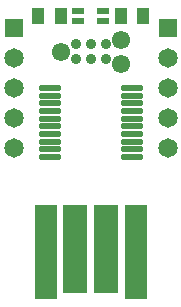
<source format=gbr>
%TF.GenerationSoftware,KiCad,Pcbnew,(6.0.2)*%
%TF.CreationDate,2022-12-01T20:05:35+01:00*%
%TF.ProjectId,nightUSB,6e696768-7455-4534-922e-6b696361645f,rev?*%
%TF.SameCoordinates,Original*%
%TF.FileFunction,Soldermask,Top*%
%TF.FilePolarity,Negative*%
%FSLAX46Y46*%
G04 Gerber Fmt 4.6, Leading zero omitted, Abs format (unit mm)*
G04 Created by KiCad (PCBNEW (6.0.2)) date 2022-12-01 20:05:35*
%MOMM*%
%LPD*%
G01*
G04 APERTURE LIST*
G04 Aperture macros list*
%AMRoundRect*
0 Rectangle with rounded corners*
0 $1 Rounding radius*
0 $2 $3 $4 $5 $6 $7 $8 $9 X,Y pos of 4 corners*
0 Add a 4 corners polygon primitive as box body*
4,1,4,$2,$3,$4,$5,$6,$7,$8,$9,$2,$3,0*
0 Add four circle primitives for the rounded corners*
1,1,$1+$1,$2,$3*
1,1,$1+$1,$4,$5*
1,1,$1+$1,$6,$7*
1,1,$1+$1,$8,$9*
0 Add four rect primitives between the rounded corners*
20,1,$1+$1,$2,$3,$4,$5,0*
20,1,$1+$1,$4,$5,$6,$7,0*
20,1,$1+$1,$6,$7,$8,$9,0*
20,1,$1+$1,$8,$9,$2,$3,0*%
G04 Aperture macros list end*
%ADD10R,1.000000X1.450000*%
%ADD11C,1.650000*%
%ADD12R,1.650000X1.650000*%
%ADD13C,0.889000*%
%ADD14C,1.550000*%
%ADD15R,1.000000X0.500000*%
%ADD16RoundRect,0.125000X-0.825000X-0.125000X0.825000X-0.125000X0.825000X0.125000X-0.825000X0.125000X0*%
%ADD17R,1.900000X8.000000*%
%ADD18R,2.000000X7.500000*%
G04 APERTURE END LIST*
D10*
%TO.C,R3*%
X96450000Y-65000000D03*
X94550000Y-65000000D03*
%TD*%
D11*
%TO.C,J3*%
X98500000Y-76160000D03*
X98500000Y-73620000D03*
X98500000Y-71080000D03*
X98500000Y-68540000D03*
D12*
X98500000Y-66000000D03*
%TD*%
D13*
%TO.C,J1*%
X90730000Y-68635000D03*
X90730000Y-67365000D03*
X92000000Y-68635000D03*
X92000000Y-67365000D03*
X93270000Y-68635000D03*
X93270000Y-67365000D03*
D14*
X89460000Y-68000000D03*
X94540000Y-66984000D03*
X94540000Y-69016000D03*
%TD*%
D15*
%TO.C,LED1*%
X90950000Y-64600000D03*
X93050000Y-64600000D03*
X90950000Y-65400000D03*
X93050000Y-65400000D03*
%TD*%
D10*
%TO.C,R4*%
X87550000Y-65000000D03*
X89450000Y-65000000D03*
%TD*%
D16*
%TO.C,U1*%
X95500000Y-71075000D03*
X95500000Y-71725000D03*
X95500000Y-72375000D03*
X95500000Y-73025000D03*
X95500000Y-73675000D03*
X95500000Y-74325000D03*
X95500000Y-74975000D03*
X95500000Y-75625000D03*
X95500000Y-76275000D03*
X95500000Y-76925000D03*
X88500000Y-76925000D03*
X88500000Y-76275000D03*
X88500000Y-75625000D03*
X88500000Y-74975000D03*
X88500000Y-74325000D03*
X88500000Y-73675000D03*
X88500000Y-73025000D03*
X88500000Y-72375000D03*
X88500000Y-71725000D03*
X88500000Y-71075000D03*
%TD*%
D11*
%TO.C,J4*%
X85500000Y-76160000D03*
X85500000Y-73620000D03*
X85500000Y-71080000D03*
X85500000Y-68540000D03*
D12*
X85500000Y-66000000D03*
%TD*%
D17*
%TO.C,J2*%
X95810000Y-85012500D03*
D18*
X93300000Y-84762500D03*
X90700000Y-84762500D03*
D17*
X88190000Y-85012500D03*
%TD*%
M02*

</source>
